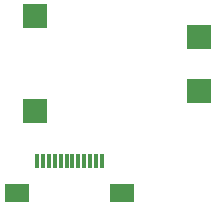
<source format=gbp>
G04 Layer: BottomPasteMaskLayer*
G04 EasyEDA Pro v2.2.43.4, 2025-12-31 16:20:31*
G04 Gerber Generator version 0.3*
G04 Scale: 100 percent, Rotated: No, Reflected: No*
G04 Dimensions in millimeters*
G04 Leading zeros omitted, absolute positions, 4 integers and 5 decimals*
G04 Generated by one-click*
%FSLAX45Y45*%
%MOMM*%
%ADD10R,2.0X1.6*%
%ADD11R,0.29997X1.3*%
%ADD12R,2.0X2.0*%
%ADD13C,0.5923*%
G75*


G04 Pad Start*
G54D10*
G01X5512308Y1199502D03*
G01X4622292Y1199452D03*
G54D11*
G01X4792294Y1467549D03*
G01X4842332Y1467549D03*
G01X4892370Y1467549D03*
G01X4942408Y1467549D03*
G01X4992319Y1467549D03*
G01X5042230Y1467549D03*
G01X5092268Y1467549D03*
G01X5142306Y1467549D03*
G01X5192344Y1467549D03*
G01X5242382Y1467549D03*
G01X5292420Y1467549D03*
G01X5342331Y1467549D03*
G54D12*
G01X4772200Y1892300D03*
G01X4775200Y2692400D03*
G01X6159500Y2057400D03*
G01X6159500Y2514600D03*
G04 Pad End*

M02*


</source>
